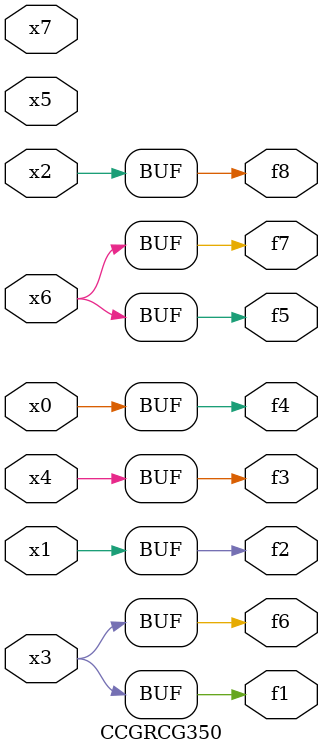
<source format=v>
module CCGRCG350(
	input x0, x1, x2, x3, x4, x5, x6, x7,
	output f1, f2, f3, f4, f5, f6, f7, f8
);
	assign f1 = x3;
	assign f2 = x1;
	assign f3 = x4;
	assign f4 = x0;
	assign f5 = x6;
	assign f6 = x3;
	assign f7 = x6;
	assign f8 = x2;
endmodule

</source>
